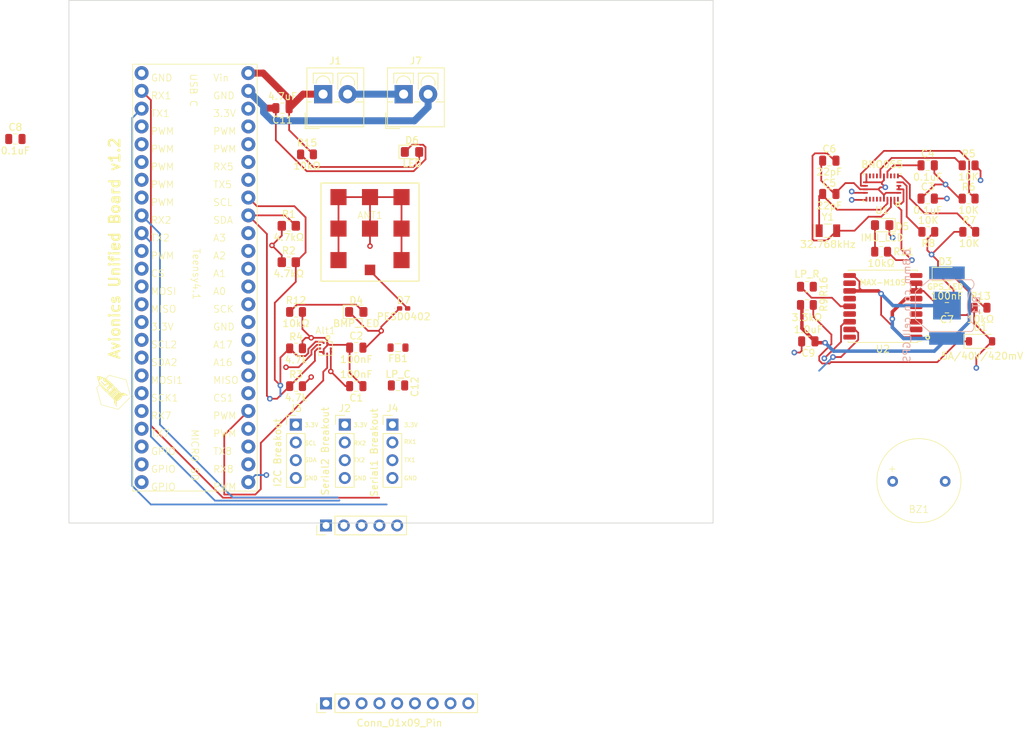
<source format=kicad_pcb>
(kicad_pcb (version 20221018) (generator pcbnew)
  (layers (0 "F.Cu" signal) (1 "In1.Cu" power "Voltage") (2 "In2.Cu" power "Ground") (31 "B.Cu" signal) (34 "B.Paste" user) (35 "F.Paste" user) (36 "B.SilkS" user "B.Silkscreen") (37 "F.SilkS" user "F.Silkscreen") (38 "B.Mask" user) (39 "F.Mask" user) (44 "Edge.Cuts" user))
  (net 0 "")
  (net 1 "/3.3V")
  (net 2 "/SCL")
  (net 3 "Net-(ANT1-RF_IN)")
  (net 4 "GND")
  (net 5 "/BACKUP")
  (net 6 "Net-(BZ1--)")
  (net 7 "Net-(U1-CAP)")
  (net 8 "Net-(U1-XOUT32)")
  (net 9 "Net-(U1-XIN32)")
  (net 10 "Net-(J1-Pin_2)")
  (net 11 "Net-(D1-K)")
  (net 12 "Net-(D3-A)")
  (net 13 "Net-(D4-A)")
  (net 14 "Net-(D5-A)")
  (net 15 "Net-(D6-K)")
  (net 16 "Net-(D6-A)")
  (net 17 "Net-(J1-Pin_1)")
  (net 18 "/Breakout_RX2")
  (net 19 "/Breakout_TX2")
  (net 20 "/SDA")
  (net 21 "/Breakout_RX1")
  (net 22 "/Breakout_TX1")
  (net 23 "Net-(U1-~{RESET})")
  (net 24 "Net-(U1-COM3)")
  (net 25 "Net-(U1-PS0)")
  (net 26 "Net-(U1-PS1)")
  (net 44 "/Radio_INT")
  (net 45 "/Radio_RST")
  (net 49 "/BMP_INT")
  (net 80 "Net-(C12-Pad1)")
  (net 83 "Net-(U2-VCC_RF)")
  (net 86 "/Radio_SCK")
  (net 87 "/Radio_MISO")
  (net 88 "/Radio_MOSI")
  (net 89 "/Radio_CS")
  (footprint "Connector_PinHeader_2.54mm:PinHeader_1x04_P2.54mm_Vertical" (layer "F.Cu") (at 102.4 95.2)
    (fp_text reference "J3")
    (fp_text value "I2C Breakout")
  )
  (footprint "Resistor_SMD:R_0805_2012Metric" (layer "F.Cu") (at 104 56.6)
    (fp_text reference "R15")
    (fp_text value "10kΩ")
  )
  (footprint "Capacitor_SMD:C_0805_2012Metric" (layer "F.Cu") (at 195.4 78.5 180)
    (fp_text reference "C7")
    (fp_text value "100nF")
  )
  (footprint "PatchAntenna:SGGP.12.A" (layer "F.Cu") (at 113.508 65.624)
    (fp_text reference "ANT1")
    (fp_text value "~")
  )
  (footprint "Capacitor_SMD:C_0805_2012Metric" (layer "F.Cu") (at 117 89.6)
    (fp_text reference "C12")
    (fp_text value "LP_C")
  )
  (footprint "LED_SMD:LED_0805_2012Metric_Pad1.15x1.40mm_HandSolder" (layer "F.Cu") (at 186.15 66.7 180)
    (fp_text reference "D5")
    (fp_text value "IMU_LED")
  )
  (footprint "Capacitor_SMD:C_0805_2012Metric" (layer "F.Cu") (at 100.5 50 180)
    (fp_text reference "C11")
    (fp_text value "4.7uF")
  )
  (footprint "TerminalBlock_4Ucon:TerminalBlock_4Ucon_1x02_P3.50mm_Vertical" (layer "F.Cu") (at 106.3 48)
    (fp_text reference "J1")
    (fp_text value "Screw_Terminal_01x02" hide)
  )
  (footprint "Resistor_SMD:R_0805_2012Metric" (layer "F.Cu") (at 102.4375 84.3)
    (fp_text reference "R4")
    (fp_text value "4.7k")
  )
  (footprint "Resistor_SMD:R_0805_2012Metric" (layer "F.Cu") (at 175.4 75.5)
    (fp_text reference "R16")
    (fp_text value "LP_R")
  )
  (footprint "Avionics:BMP390" (layer "F.Cu") (at 106.6375 84.3)
    (fp_text reference "Alt1")
    (fp_text value "~")
  )
  (footprint "Capacitor_SMD:C_0805_2012Metric" (layer "F.Cu") (at 178.6 62.25)
    (fp_text reference "C5")
    (fp_text value "22pF")
  )
  (footprint "Resistor_SMD:R_0805_2012Metric" (layer "F.Cu") (at 102.4375 89.7)
    (fp_text reference "R3")
    (fp_text value "4.7k")
  )
  (footprint "MountingHole:MountingHole_2.7mm_M2.5" (layer "F.Cu") (at 158 38.75)
    (fp_text reference "H1" hide)
    (fp_text value "MountingHole" hide)
  )
  (footprint "LED_SMD:LED_0805_2012Metric_Pad1.15x1.40mm_HandSolder" (layer "F.Cu") (at 111.0375 79.1)
    (fp_text reference "D4")
    (fp_text value "BMP_LED")
  )
  (footprint "TerminalBlock_4Ucon:TerminalBlock_4Ucon_1x02_P3.50mm_Vertical" (layer "F.Cu") (at 117.8 48)
    (fp_text reference "J7")
    (fp_text value "Screw_Terminal_01x02" hide)
  )
  (footprint "LED_SMD:LED_0805_2012Metric_Pad1.15x1.40mm_HandSolder" (layer "F.Cu") (at 195.15 73.7)
    (fp_text reference "D3")
    (fp_text value "GPS_LED")
  )
  (footprint "Connector_PinHeader_2.54mm:PinHeader_1x04_P2.54mm_Vertical" (layer "F.Cu") (at 109.4 95.2)
    (fp_text reference "J2")
    (fp_text value "Serial2 Breakout")
  )
  (footprint "Package_LGA:LGA-28_5.2x3.8mm_P0.5mm" (layer "F.Cu") (at 186.15 61.3375 180)
    (fp_text reference "U1")
    (fp_text value "BNO055")
  )
  (footprint "Capacitor_SMD:C_0805_2012Metric" (layer "F.Cu") (at 111.0375 84.2)
    (fp_text reference "C2")
    (fp_text value "100nF")
  )
  (footprint "Resistor_SMD:R_0805_2012Metric" (layer "F.Cu") (at 186 70.5)
    (fp_text reference "R11")
    (fp_text value "10kΩ")
  )
  (footprint "Resistor_SMD:R_0805_2012Metric" (layer "F.Cu") (at 198.5875 67.6625)
    (fp_text reference "R7")
    (fp_text value "10K")
  )
  (footprint "Resistor_SMD:R_0805_2012Metric" (layer "F.Cu") (at 102.4375 79.1)
    (fp_text reference "R12")
    (fp_text value "10kΩ")
  )
  (footprint "Crystal:Crystal_SMD_MicroCrystal_CC7V-T1A-2Pin_3.2x1.5mm" (layer "F.Cu") (at 178.4 67.5)
    (fp_text reference "Y1")
    (fp_text value "32.768kHz")
  )
  (footprint "RF_GPS:ublox_MAX" (layer "F.Cu") (at 186.25 78.3 180)
    (fp_text reference "U2")
    (fp_text value "MAX-M10S")
  )
  (footprint "Connector_PinHeader_2.54mm:PinHeader_1x04_P2.54mm_Vertical" (layer "F.Cu") (at 116.2 95.2)
    (fp_text reference "J4")
    (fp_text value "Serial1 Breakout")
  )
  (footprint "Resistor_SMD:R_0805_2012Metric" (layer "F.Cu") (at 198.5 62.9125)
    (fp_text reference "R6")
    (fp_text value "10K")
  )
  (footprint "Inductor_SMD:L_0805_2012Metric" (layer "F.Cu") (at 117 84.2 180)
    (fp_text reference "FB1")
    (fp_text value "LP_FerriteBead" hide)
  )
  (footprint "Connector_PinHeader_2.54mm:PinHeader_1x05_P2.54mm_Vertical" (layer "F.Cu") (at 106.72 109.6 90)
    (fp_text reference "J5" hide)
    (fp_text value "Conn_01x05_Pin" hide)
  )
  (footprint "Connector_PinHeader_2.54mm:PinHeader_1x09_P2.54mm_Vertical" (layer "F.Cu") (at 106.72 135 90)
    (fp_text reference "J6" hide)
    (fp_text value "Conn_01x09_Pin")
  )
  (footprint "MountingHole:MountingHole_2.7mm_M2.5" (layer "F.Cu") (at 74 105.25)
    (fp_text reference "H3" hide)
    (fp_text value "MountingHole" hide)
  )
  (footprint "Diode_SMD:D_SOD-123" (layer "F.Cu") (at 200.2 83.3)
    (fp_text reference "D1")
    (fp_text value ".5A/40V/420mV")
  )
  (footprint "LOGO" (layer "F.Cu") (at 76.4 90.6 90)
    (fp_text reference "G***" hide)
    (fp_text value "LOGO" hide)
  )
  (footprint "Capacitor_SMD:C_0805_2012Metric" (layer "F.Cu") (at 111.0375 89.7 180)
    (fp_text reference "C1")
    (fp_text value "100nF")
  )
  (footprint "Resistor_SMD:R_0805_2012Metric_Pad1.20x1.40mm_HandSolder" (layer "F.Cu") (at 101.4 66.8)
    (fp_text reference "R1")
    (fp_text value "4.7kΩ")
  )
  (footprint "Resistor_SMD:R_0805_2012Metric" (layer "F.Cu") (at 198.5 58.1625)
    (fp_text reference "R5")
    (fp_text value "10K")
  )
  (footprint "LED_SMD:LED_0805_2012Metric_Pad1.15x1.40mm_HandSolder" (layer "F.Cu") (at 119 56.25)
    (fp_text reference "D6")
    (fp_text value "LED")
  )
  (footprint "Resistor_SMD:R_0805_2012Metric" (layer "F.Cu") (at 175.4 78.1 180)
    (fp_text reference "R9")
    (fp_text value "3.3kΩ")
  )
  (footprint "Capacitor_SMD:C_0805_2012Metric" (layer "F.Cu") (at 178.6 57.5)
    (fp_text reference "C6")
    (fp_text value "22pF")
  )
  (footprint "Capacitor_SMD:C_0805_2012Metric" (layer "F.Cu") (at 175.6 83.3 180)
    (fp_text reference "C9")
    (fp_text value "1.0uF")
  )
  (footprint "MountingHole:MountingHole_2.7mm_M2.5" (layer "F.Cu") (at 74 38.75)
    (fp_text reference "H2" hide)
    (fp_text value "MountingHole" hide)
  )
  (footprint "Capacitor_SMD:C_0805_2012Metric" (layer "F.Cu") (at 192.65 62.9125)
    (fp_text reference "C3")
    (fp_text value "0.1uF")
  )
  (footprint "Avionics:Adafruit_5V_Buzzer" (layer "F.Cu") (at 191.4 107.8)
    (fp_text reference "BZ1")
    (fp_text value "Buzzer")
  )
  (footprint "Capacitor_SMD:C_0805_2012Metric" (layer "F.Cu") (at 62.35 54.4)
    (fp_text reference "C8")
    (fp_text value "0.1uF")
  )
  (footprint "MountingHole:MountingHole_2.7mm_M2.5" (layer "F.Cu") (at 158 105.25)
    (fp_text reference "H4" hide)
    (fp_text value "MountingHole" hide)
  )
  (footprint "Capacitor_SMD:C_0805_2012Metric" (layer "F.Cu") (at 192.65 58.1625)
    (fp_text reference "C4")
    (fp_text value "0.1uF")
  )
  (footprint "Resistor_SMD:R_0805_2012Metric" (layer "F.Cu") (at 192.7375 67.6625 180)
    (fp_text reference "R8")
    (fp_text value "10K")
  )
  (footprint "Breakout Boards:Teensy_4.1" (layer "F.Cu") (at 88 74.2)
    (fp_text reference "Teensy4.1")
    (fp_text value "~")
  )
  (footprint "Diode_SMD:D_0402_1005Metric_Pad0.77x0.64mm_HandSolder" (layer "F.Cu") (at 117.8 78.6)
    (fp_text reference "D7")
    (fp_text value "PESD0402")
  )
  (footprint "Resistor_SMD:R_0805_2012Metric" (layer "F.Cu") (at 200.2 78.5)
    (fp_text reference "R13")
    (fp_text value "10kΩ")
  )
  (footprint "Resistor_SMD:R_0805_2012Metric_Pad1.20x1.40mm_HandSolder" (layer "F.Cu") (at 101.4 72)
    (fp_text reference "R2")
    (fp_text value "4.7kΩ")
  )
  (footprint "Battery:BatteryHolder_Keystone_2998_1x6.8mm" (layer "B.Cu") (at 195.4 78.2 90)
    (fp_text reference "BT1")
    (fp_text value "6.8mm_coin_cell_GPS")
  )
  (gr_circle (center 188.4 63.75) (end 188.65 63.75) (stroke (width 0.2)) (fill none) (layer "F.SilkS"))
  (gr_circle (center 192.65 82.75) (end 192.9 82.75) (stroke (width 0.2)) (fill none) (layer "F.SilkS"))
  (gr_circle (center 107 82.75) (end 107.25 82.75) (stroke (width 0.2)) (fill none) (layer "F.SilkS"))
  (gr_rect (start 70 34.6) (end 162 109.25) (stroke (width 0.1)) (fill none) (layer "Edge.Cuts"))
  (gr_text "RX2" (at 110.6 98.2) (layer "F.SilkS") (effects (font (size 0.6 0.6) (thickness 0.1) bold) (justify left bottom)))
  (gr_text "GND\n" (at 117.8 103.2) (layer "F.SilkS") (effects (font (size 0.6 0.6) (thickness 0.1) bold) (justify left bottom)))
  (gr_text "3.3V" (at 103.6 95.6) (layer "F.SilkS") (effects (font (size 0.6 0.6) (thickness 0.1) bold) (justify left bottom)))
  (gr_text "3.3V" (at 117.8 95.6) (layer "F.SilkS") (effects (font (size 0.6 0.6) (thickness 0.1) bold) (justify left bottom)))
  (gr_text "TX1\n" (at 117.8 100.6) (layer "F.SilkS") (effects (font (size 0.6 0.6) (thickness 0.1) bold) (justify left bottom)))
  (gr_text "Avionics Unified Board v1.2\n" (at 77.4 86 90) (layer "F.SilkS") (effects (font (size 1.5 1.5) (thickness 0.3) bold) (justify left bottom)))
  (gr_text "TX2\n" (at 110.6 100.6) (layer "F.SilkS") (effects (font (size 0.6 0.6) (thickness 0.1) bold) (justify left bottom)))
  (gr_text "GND\n" (at 110.6 103.2) (layer "F.SilkS") (effects (font (size 0.6 0.6) (thickness 0.1) bold) (justify left bottom)))
  (gr_text "RX1" (at 117.8 98) (layer "F.SilkS") (effects (font (size 0.6 0.6) (thickness 0.1) bold) (justify left bottom)))
  (gr_text "GND\n" (at 103.6 103.2) (layer "F.SilkS") (effects (font (size 0.6 0.6) (thickness 0.1) bold) (justify left bottom)))
  (gr_text "SCL" (at 103.6 98.2) (layer "F.SilkS") (effects (font (size 0.6 0.6) (thickness 0.1) bold) (justify left bottom)))
  (gr_text "3.3V" (at 110.6 95.6) (layer "F.SilkS") (effects (font (size 0.6 0.6) (thickness 0.1) bold) (justify left bottom)))
  (gr_text "SDA\n" (at 103.6 100.6) (layer "F.SilkS") (effects (font (size 0.6 0.6) (thickness 0.1) bold) (justify left bottom)))
  (segment (start 103.8 82.8) (end 103.35 83.25) (width 0.25) (layer "F.Cu") (net 1))
  (segment (start 191 75) (end 191 76.1) (width 0.25) (layer "F.Cu") (net 1))
  (segment (start 199.2875 78.5) (end 198.2375 79.55) (width 0.25) (layer "F.Cu") (net 1))
  (segment (start 106.8875 83.9125) (end 106.8875 83.5375) (width 0.25) (layer "F.Cu") (net 1))
  (segment (start 190.4 71.7) (end 188.9 70.2) (width 0.25) (layer "F.Cu") (net 1))
  (segment (start 199.2875 80.7375) (end 201.85 83.3) (width 0.25) (layer "F.Cu") (net 1))
  (segment (start 106.5625 82.8) (end 106.8875 83.125) (width 0.25) (layer "F.Cu") (net 1))
  (segment (start 189.152 61.5875) (end 188.5375 61.5875) (width 0.25) (layer "F.Cu") (net 1))
  (segment (start 187.975 63.6625) (end 188.852 63.6625) (width 0.25) (layer "F.Cu") (net 1))
  (segment (start 107.4 83.8) (end 109.6875 83.8) (width 0.25) (layer "F.Cu") (net 1))
  (segment (start 110.0875 84.2) (end 110.0875 87.8) (width 0.25) (layer "F.Cu") (net 1))
  (segment (start 104.6 82.8) (end 103.8 82.8) (width 0.25) (layer "F.Cu") (net 1))
  (segment (start 103.35 81.55) (end 103.35 79.1) (width 0.25) (layer "F.Cu") (net 1))
  (segment (start 109.6875 83.8) (end 110.0875 84.2) (width 0.25) (layer "F.Cu") (net 1))
  (segment (start 191 75) (end 191.507107 75) (width 0.25) (layer "F.Cu") (net 1))
  (segment (start 106.3875 85.0625) (end 106.3875 84.4125) (width 0.25) (layer "F.Cu") (net 1))
  (segment (start 189.2 61.6355) (end 189.152 61.5875) (width 0.25) (layer "F.Cu") (net 1))
  (segment (start 191 75) (end 190.492893 75) (width 0.25) (layer "F.Cu") (net 1))
  (segment (start 189.2 63.3145) (end 189.2 61.6355) (width 0.25) (layer "F.Cu") (net 1))
  (segment (start 199.2875 78.5) (end 199.2875 80.7375) (width 0.25) (layer "F.Cu") (net 1))
  (segment (start 188.9 70.2) (end 188.9 64.5875) (width 0.25) (layer "F.Cu") (net 1))
  (segment (start 100.4 71) (end 99 69.6) (width 0.25) (layer "F.Cu") (net 1))
  (segment (start 195.4 62.9) (end 193.6125 62.9) (width 0.25) (layer "F.Cu") (net 1))
  (segment (start 103.35 83.25) (end 103.35 84.3) (width 0.25) (layer "F.Cu") (net 1))
  (segment (start 106.125 84.8) (end 106.3875 85.0625) (width 0.25) (layer "F.Cu") (net 1))
  (segment (start 198.2375 79.55) (end 195.5 79.55) (width 0.25) (layer "F.Cu") (net 1))
  (segment (start 200.2 60.3) (end 200.2 58.95) (width 0.25) (layer "F.Cu") (net 1))
  (segment (start 188.5375 61.0875) (end 188.5375 61.5875) (width 0.25) (layer "F.Cu") (net 1))
  (segment (start 188.1125 71.7) (end 190.4 71.7) (width 0.25) (layer "F.Cu") (net 1))
  (segment (start 188.9 64.5875) (end 187.975 63.6625) (width 0.25) (layer "F.Cu") (net 1))
  (segment (start 188.852 63.6625) (end 189.2 63.3145) (width 0.25) (layer "F.Cu") (net 1))
  (segment (start 187.9 63) (end 187.9 63.5875) (width 0.25) (layer "F.Cu") (net 1))
  (segment (start 193.6125 62.9) (end 193.6 62.9125) (width 0.25) (layer "F.Cu") (net 1))
  (segment (start 100.4 72) (end 100.4 71) (width 0.25) (layer "F.Cu") (net 1))
  (segment (start 107.15 83.8) (end 106.8875 83.5375) (width 0.25) (layer "F.Cu") (net 1))
  (segment (start 106.8875 83.125) (end 106.8875 83.5375) (width 0.25) (layer "F.Cu") (net 1))
  (segment (start 194.45 78.5) (end 192.05 76.1) (width 0.25) (layer "F.Cu") (net 1))
  (segment (start 201.85 83.3) (end 199.6 85.55) (width 0.25) (layer "F.Cu") (net 1))
  (segment (start 100.4 66.8) (end 100.4 68.2) (width 0.25) (layer "F.Cu") (net 1))
  (segment (start 199.6 85.55) (end 199.6 87.1) (width 0.25) (layer "F.Cu") (net 1))
  (segment (start 110.0875 87.8) (end 111.9875 89.7) (width 0.25) (layer "F.Cu") (net 1))
  (segment (start 107.4 83.8) (end 107.15 83.8) (width 0.25) (layer "F.Cu") (net 1))
  (segment (start 187.9 63.5875) (end 187.975 63.6625) (width 0.25) (layer "F.Cu") (net 1))
  (segment (start 200.2 58.95) (end 199.4125 58.1625) (width 0.25) (layer "F.Cu") (net 1))
  (segment (start 105.875 84.8) (end 106.125 84.8) (width 0.25) (layer "F.Cu") (net 1))
  (segment (start 195.5 79.55) (end 194.45 78.5) (width 0.25) (layer "F.Cu") (net 1))
  (segment (start 104.6 82.8) (end 106.5625 82.8) (width 0.25) (layer "F.Cu") (net 1))
  (segment (start 106.3875 84.4125) (end 106.8875 83.9125) (width 0.25) (layer "F.Cu") (net 1))
  (segment (start 103.35 89.7) (end 103.35 89.65) (width 0.25) (layer "F.Cu") (net 1))
  (segment (start 100.4 68.2) (end 99 69.6) (width 0.25) (layer "F.Cu") (net 1))
  (segment (start 192.05 76.1) (end 191 76.1) (width 0.25) (layer "F.Cu") (net 1))
  (segment (start 104.6 82.8) (end 103.35 81.55) (width 0.25) (layer "F.Cu") (net 1))
  (segment (start 103.35 89.65) (end 104.6 88.4) (width 0.25) (layer "F.Cu") (net 1))
  (segment (start 186.9125 70.5) (end 188.1125 71.7) (width 0.25) (layer "F.Cu") (net 1))
  (via (at 99 69.6) (size 0.8) (drill 0.4) (layers "F.Cu" "B.Cu") (remove_unused_layers) (zone_layer_connections "In1.Cu") (net 1))
  (via (at 190.4 71.7) (size 0.8) (drill 0.4) (layers "F.Cu" "B.Cu") (net 1))
  (via (at 199.6 87.1) (size 0.8) (drill 0.4) (layers "F.Cu" "B.Cu") (net 1))
  (via (at 104.6 82.8) (size 0.8) (drill 0.4) (layers "F.Cu" "B.Cu") (remove_unused_layers) (zone_layer_connections "In1.Cu") (net 1))
  (via (at 195.4 62.9) (size 0.8) (drill 0.4) (layers "F.Cu" "B.Cu") (net 1))
  (via (at 200.2 60.3) (size 0.8) (drill 0.4) (layers "F.Cu" "B.Cu") (net 1))
  (via (at 104.6 88.4) (size 0.8) (drill 0.4) (layers "F.Cu" "B.Cu") (remove_unused_layers) (zone_layer_connections "In1.Cu") (net 1))
  (segment (start 102.625 85.4) (end 101.525 84.3) (width 0.25) (layer "F.Cu") (net 2))
  (segment (start 105.2375 83.35) (end 104.1875 84.4) (width 0.25) (layer "F.Cu") (net 2))
  (segment (start 106.2 83.35) (end 105.2375 83.35) (width 0.25) (layer "F.Cu") (net 2))
  (segment (start 104.1875 84.988173) (end 103.775673 85.4) (width 0.25) (layer "F.Cu") (net 2))
  (segment (start 100.2 89.6) (end 100.2 85.625) (width 0.25) (layer "F.Cu") (net 2))
  (segment (start 180.261095 85.546012) (end 182.725 83.082107) (width 0.25) (layer "F.Cu") (net 2))
  (segment (start 181.9875 62.0875) (end 183.7625 62.0875) (width 0.25) (layer "F.Cu") (net 2))
  (segment (start 181.8 61.9) (end 181.9875 62.0875) (width 0.25) (layer "F.Cu") (net 2))
  (segment (start 102.4 72) (end 102.4 74.8) (width 0.25) (layer "F.Cu") (net 2))
  (segment (start 96.85 64) (end 95.62 62.77) (width 0.25) (layer "F.Cu") (net 2))
  (segment (start 100.2 85.625) (end 101.525 84.3) (width 0.25) (layer "F.Cu") (net 2))
  (segment (start 102.4 74.8) (end 99.4 77.8) (width 0.25) (layer "F.Cu") (net 2))
  (segment (start 100.2 89.6) (end 99.4 88.8) (width 0.25) (layer "F.Cu") (net 2))
  (segment (start 104.1875 84.4) (end 104.1875 84.988173) (width 0.25) (layer "F.Cu") (net 2))
  (segment (start 103.775673 85.4) (end 102.625 85.4) (width 0.25) (layer "F.Cu") (net 2))
  (segment (start 102.2 64) (end 96.85 64) (width 0.25) (layer "F.Cu") (net 2))
  (segment (start 99.4 88.8) (end 99.4 77.8) (width 0.25) (layer "F.Cu") (net 2))
  (segment (start 102.4 72) (end 103.8 70.6) (width 0.25) (layer "F.Cu") (net 2))
  (segment (start 182.725 82.075) (end 182.25 81.6) (width 0.25) (layer "F.Cu") (net 2))
  (segment (start 182.725 83.082107) (end 182.725 82.075) (width 0.25) (layer "F.Cu") (net 2))
  (segment (start 179.12309 85.546012) (end 180.261095 85.546012) (width 0.25) (layer "F.Cu") (net 2))
  (segment (start 182.25 81.6) (end 181.5 81.6) (width 0.25) (layer "F.Cu") (net 2))
  (segment (start 106.3875 83.5375) (end 106.2 83.35) (width 0.25) (layer "F.Cu") (net 2))
  (segment (start 103.8 65.6) (end 102.2 64) (width 0.25) (layer "F.Cu") (net 2))
  (segment (start 103.8 70.6) (end 103.8 65.6) (width 0.25) (layer "F.Cu") (net 2))
  (via (at 179.12309 85.546012) (size 0.8) (drill 0.4) (layers "F.Cu" "B.Cu") (net 2))
  (via (at 100.2 89.6) (size 0.8) (drill 0.4) (layers "F.Cu" "B.Cu") (net 2))
  (via (at 181.8 61.9) (size 0.8) (drill 0.4) (layers "F.Cu" "B.Cu") (net 2))
  (segment (start 100.2 89.6) (end 100.2 91.14) (width 0.25) (layer "B.Cu") (net 2))
  (segment (start 177.15 87.5) (end 178.15 86.5) (width 0.25) (layer "B.Cu") (net 2))
  (segment (start 179.103988 85.546012) (end 179.12309 85.546012) (width 0.25) (layer "B.Cu") (net 2))
  (segment (start 178.15 86.5) (end 179.103988 85.546012) (width 0.25) (layer "B.Cu") (net 2))
  (segment (start 113 73.1) (end 113 73.2275) (width 0.25) (layer "F.Cu") (net 3))
  (segment (start 113 73.2275) (end 118.3725 78.6) (width 0.25) (layer "F.Cu") (net 3))
  (segment (start 182.9 75.7) (end 182.9 74.757538) (width 0.25) (layer "F.Cu") (net 4))
  (segment (start 114.6 81.8) (end 114.6 81.2275) (width 0.25) (layer "F.Cu") (net 4))
  (segment (start 197.675 67.6625) (end 196.4375 67.6625) (width 0.25) (layer "F.Cu") (net 4))
  (segment (start 107.4 84.8) (end 107.4 87.6) (width 0.25) (layer "F.Cu") (net 4))
  (segment (start 186.4 63) (end 186.4 62.3855) (width 0.25) (layer "F.Cu") (net 4))
  (segment (start 186.4 62.3855) (end 185.602 61.5875) (width 0.25) (layer "F.Cu") (net 4))
  (segment (start 193.65 67.6625) (end 193.6375 67.6625) (width 0.25) (layer "F.Cu") (net 4))
  (segment (start 117.5 71.7) (end 117.5 67.2) (width 0.25) (layer "F.Cu") (net 4))
  (segment (start 186.4 60.2895) (end 186.102 60.5875) (width 0.25) (layer "F.Cu") (net 4))
  (segment (start 183.7625 61.5875) (end 183.000305 61.5875) (width 0.25) (layer "F.Cu") (net 4))
  (segment (start 108.5 67.2) (end 108.5 62.7) (width 0.25) (layer "F.Cu") (net 4))
  (segment (start 113 67.2) (end 113 69.7) (width 0.25) (layer "F.Cu") (net 4))
  (segment (start 191.7 62.9125) (end 193.7125 60.9) (width 0.25) (layer "F.Cu") (net 4))
  (segment (start 185.8895 61.3) (end 185.602 61.5875) (width 0.25) (layer "F.Cu") (net 4))
  (segment (start 105.423896 83.8) (end 105.875 83.8) (width 0.25) (layer "F.Cu") (net 4))
  (segment (start 196.4375 67.6625) (end 193.2 70.9) (width 0.25) (layer "F.Cu") (net 4))
  (segment (start 194.125 73.7) (end 194.125 71.825) (width 0.25) (layer "F.Cu") (net 4))
  (segment (start 191 82.7) (end 189.174695 82.7) (width 0.25) (layer "F.Cu") (net 4))
  (segment (start 186.102 60.802) (end 186.6 61.3) (width 0.25) (layer "F.Cu") (net 4))
  (segment (start 114.6 81.8) (end 112.7125 81.8) (width 0.25) (layer "F.Cu") (net 4))
  (segment (start 174.65 84.65) (end 174.65 83.3) (width 0.25) (layer "F.Cu") (net 4))
  (segment (start 101 87) (end 102.812069 87) (width 0.25) (layer "F.Cu") (net 4))
  (segment (start 193.6 58.1625) (end 193.6 59.3) (width 0.25) (layer "F.Cu") (net 4))
  (segment (start 189.174695 82.7) (end 186 79.525305) (width 0.25) (layer "F.Cu") (net 4))
  (segment (start 193.6 59.3) (end 195.2 60.9) (width 0.25) (layer "F.Cu") (net 4))
  (segment (start 182.9 74.757538) (end 182.042462 73.9) (width 0.25) (layer "F.Cu") (net 4))
  (segment (start 114.8 82) (end 114.6 81.8) (width 0.25) (layer "F.Cu") (net 4))
  (segment (start 173.6 84.9) (end 174.4 84.9) (width 0.25) (layer "F.Cu") (net 4))
  (segment (start 194.125 71.825) (end 193.2 70.9) (width 0.25) (layer "F.Cu") (net 4))
  (segment (start 185.6 76.1) (end 181.5 76.1) (width 0.5) (layer "F.Cu") (net 4))
  (segment (start 196.35 78.5) (end 196.35 75.925) (width 0.25) (layer "F.Cu") (net 4))
  (segment (start 107.4 84.3) (end 107.4 84.8) (width 0.25) (layer "F.Cu") (net 4))
  (segment (start 102.812069 87) (end 104.6375 85.174569) (width 0.25) (layer "F.Cu") (net 4))
  (segment (start 186.698 62.0875) (end 188.5375 62.0875) (width 0.25) (layer "F.Cu") (net 4))
  (segment (start 114.6 81.2275) (end 117.2275 78.6) (width 0.25) (layer "F.Cu") (net 4))
  (segment (start 113 62.7) (end 113 67.2) (width 0.25) (layer "F.Cu") (net 4))
  (segment (start 186 79.525305) (end 186 76.5) (width 0.25) (layer "F.Cu") (net 4))
  (segment (start 186.6 61.3) (end 185.8895 61.3) (width 0.25) (layer "F.Cu") (net 4))
  (segment (start 104.6375 84.586396) (end 105.423896 83.8) (width 0.25) (layer "F.Cu") (net 4))
  (segment (start 186.4 62.3855) (end 186.698 62.0875) (width 0.25) (layer "F.Cu") (net 4))
  (segment (start 183.3 76.1) (end 182.9 75.7) (width 0.25) (layer "F.Cu") (net 4))
  (segment (start 186.102 60.5875) (end 186.102 60.802) (width 0.25) (layer "F.Cu") (net 4))
  (segment (start 108.5 62.7) (end 113 62.7) (width 0.25) (layer "F.Cu") (net 4))
  (segment (start 113 62.7) (end 117.5 62.7) (width 0.25) (layer "F.Cu") (net 4))
  (segment (start 183.000305 61.5875) (end 182.112805 60.7) (width 0.25) (layer "F.Cu") (net 4))
  (segment (start 177.45 60.35) (end 177.45 57.5) (width 0.25) (layer "F.Cu") (net 4))
  (segment (start 187.175 68.025) (end 187.65 68.5) (width 0.25) (layer "F.Cu") (net 4))
  (segment (start 183.9 60.45) (end 183.7625 60.5875) (width 0.25) (layer "F.Cu") (net 4))
  (segment (start 179.35 62.25) (end 177.45 60.35) (width 0.25) (layer "F.Cu") (net 4))
  (segment (start 114.6 82) (end 114.6 81.8) (width 0.25) (layer "F.Cu") (net 4))
  (segment (start 108.5 71.7) (end 108.5 67.2) (width 0.25) (layer "F.Cu") (net 4))
  (segment (start 187.175 66.7) (end 187.175 68.025) (width 0.25) (layer "F.Cu") (net 4))
  (segment (start 180.9 60.7) (end 179.35 62.25) (width 0.25) (layer "F.Cu") (net 4))
  (segment (start 110.0875 89.7) (end 109.5 89.7) (width 0.25) (layer "F.Cu") (net 4))
  (segment (start 109.5 89.7) (end 107.4 87.6) (width 0.25) (layer "F.Cu") (net 4))
  (segment (start 192.6 68.7) (end 192.6 70.3) (width 0.25) (layer "F.Cu") (net 4))
  (segment (start 197.5875 62.9125) (end 197.2125 62.9125) (width 0.25) (layer "F.Cu") (net 4))
  (segment (start 111.9875 84.2) (end 112.4 84.2) (width 0.25) (layer "F.Cu") (net 4))
  (segment (start 174.4 84.9) (end 174.65 84.65) (width 0.25) (layer "F.Cu") (net 4))
  (segment (start 185.602 61.5875) (end 183.7625 61.5875) (width 0.25) (layer "F.Cu") (net 4))
  (segment (start 196.35 75.925) (end 194.125 73.7) (width 0.25) (layer "F.Cu") (net 4))
  (segment (start 186.4 59.675) (end 186.4 60.2895) (width 0.25) (layer "F.Cu") (net 4))
  (segment (start 112.7125 81.8) (end 110.0125 79.1) (width 0.25) (layer "F.Cu") (net 4))
  (segment (start 193.6375 67.6625) (end 192.6 68.7) (width 0.25) (layer "F.Cu") (net 4))
  (segment (start 186 76.5) (end 185.6 76.1) (width 0.5) (layer "F.Cu") (net 4))
  (segment (start 193.7125 60.9) (end 195.2 60.9) (width 0.25) (layer "F.Cu") (net 4))
  (segment (start 182.042462 73.9) (end 181.5 73.9) (width 0.25) (layer "F.Cu") (net 4))
  (segment (start 117.5 67.2) (end 117.5 62.7) (width 0.25) (layer "F.Cu") (net 4))
  (segment (start 112.4 84.2) (end 114.6 82) (width 0.25) (layer "F.Cu") (net 4))
  (segment (start 104.6375 85.174569) (end 104.6375 84.586396) (width 0.25) (layer "F.Cu") (net 4))
  (segment (start 197.2125 62.9125) (end 195.2 60.9) (width 0.25) (layer "F.Cu") (net 4))
  (segment (start 182.112805 60.7) (end 180.9 60.7) (width 0.25) (layer "F.Cu") (net 4))
  (segment (start 186.102 60.5875) (end 183.7625 60.5875) (width 0.25) (layer "F.Cu") (net 4))
  (segment (start 192.6 70.3) (end 193.2 70.9) (width 0.25) (layer "F.Cu") (net 4))
  (segment (start 183.9 59.675) (end 183.9 60.45) (width 0.25) (layer "F.Cu") (net 4))
  (via (at 113 69.7) (size 0.8) (drill 0.4) (layers "F.Cu" "B.Cu") (remove_unused_layers) (zone_layer_connections "In2.Cu") (net 4))
  (via (at 186 76.5) (size 0.8) (drill 0.4) (layers "F.Cu" "B.Cu") (net 4))
  (via (at 186.6 61.3) (size 0.8) (drill 0.4) (layers "F.Cu" "B.Cu") (net 4))
  (via (at 195.2 60.9) (size 0.8) (drill 0.4) (layers "F.Cu" "B.Cu") (net 4))
  (via (at 187.65 68.5) (size 0.8) (drill 0.4) (layers "F.Cu" "B.Cu") (net 4))
  (via (at 107.4 87.6) (size 0.8) (drill 0.4) (layers "F.Cu" "B.Cu") (remove_unused_layers) (zone_layer_connections "In2.Cu") (net 4))
  (via (at 193.2 70.9) (size 0.8) (drill 0.4) (layers "F.Cu" "B.Cu") (net 4))
  (via (at 173.6 84.9) (size 0.8) (drill 0.4) (layers "F.Cu" "B.Cu") (net 4))
  (via (at 114.6 81.8) (size 0.8) (drill 0.4) (layers "F.Cu" "B.Cu") (remove_unused_layers) (zone_layer_connections "In2.Cu") (net 4))
  (via (at 101 87) (size 0.8) (drill 0.4) (layers "F.Cu" "B.Cu") (remove_unused_layers) (zone_layer_connections "In2.Cu") (net 4))
  (segment (start 194.6 78.2) (end 187.7 78.2) (width 0.5) (layer "B.Cu") (net 4))
  (segment (start 187.7 78.2) (end 186 76.5) (width 0.5) (layer "B.Cu") (net 4))
  (segment (start 176.55 83.3) (end 174.6875 81.4375) (width 0.5) (layer "F.Cu") (net 5))
  (segment (start 174.6875 81.4375) (end 174.6875 78.3) (width 0.5) (layer "F.Cu") (net 5))
  (segment (start 187.6 80.1) (end 187.6 79.1) (width 0.5) (layer "F.Cu") (net 5))
  (segment (start 189.5 77.2) (end 191 77.2) (width 0.5) (layer "F.Cu") (net 5))
  (segment (start 176.75 83.5) (end 176.55 83.3) (width 0.25) (layer "F.Cu") (net 5))
  (segment (start 174.6875 78.3) (end 174.4875 78.1) (width 0.25) (layer "F.Cu") (net 5))
  (segment (start 178 83.5) (end 176.75 83.5) (width 0.5) (layer "F.Cu") (net 5))
  (segment (start 187.6 79.1) (end 189.5 77.2) (width 0.5) (layer "F.Cu") (net 5))
  (via (at 187.6 80.1) (size 0.8) (drill 0.4) (layers "F.Cu" "B.Cu") (net 5))
  (via (at 178 83.5) (size 0.8) (drill 0.4) (layers "F.Cu" "B.Cu") (net 5))
  (segment (start 189.2 82.9) (end 195.4 82.9) (width 0.5) (layer "B.Cu") (net 5))
  (segment (start 193.6 84.7) (end 195.4 82.9) (width 0.5) (layer "B.Cu") (net 5))
  (segment (start 194.6 82.9) (end 194.2 83.3) (width 0.5) (layer "B.Cu") (net 5))
  (segment (start 196.2 73.5) (end 195.4 73.5) (width 0.5) (layer "B.Cu") (net 5))
  (segment (start 187.6 81.3) (end 187.6 80.1) (width 0.5) (layer "B.Cu") (net 5))
  (segment (start 196.2 82.9) (end 198.6 80.5) (width 0.5) (layer "B.Cu") (net 5))
  (segment (start 195.4 82.9) (end 196.2 82.9) (width 0.5) (layer "B.Cu") (net 5))
  (segment (start 179.2 84.7) (end 193.6 84.7) (width 0.5) (layer "B.Cu") (net 5))
  (segment (start 178 83.5) (end 179.2 84.7) (width 0.5) (layer "B.Cu") (net 5))
  (segment (start 198.6 75.9) (end 196.2 73.5) (width 0.5) (layer "B.Cu") (net 5))
  (segment (start 187.6 81.3) (end 189.2 82.9) (width 0.5) (layer "B.Cu") (net 5))
  (segment (start 198.6 80.5) (end 198.6 75.9) (width 0.5) (layer "B.Cu") (net 5))
  (via (at 98.2 102.4) (size 0.8) (drill 0.4) (layers "F.Cu" "B.Cu") (net 6))
  (segment (start 98.2 102.4) (end 96.63 102.4) (width 0.25) (layer "B.Cu") (net 6))
  (segment (start 96.63 102.4) (end 95.62 103.41) (width 0.25) (layer "B.Cu") (net 6))
  (segment (start 191.7 58.1625) (end 187.798 58.1625) (width 0.25) (layer "F.Cu") (net 7))
  (segment (start 186.9 59.0605) (end 186.9 59.675) (width 0.25) (layer "F.Cu") (net 7))
  (segment (start 187.798 58.1625) (end 186.9 59.0605) (width 0.25) (layer "F.Cu") (net 7))
  (segment (start 186.0145 64.5) (end 186.9 63.6145) (width 0.25) (layer "F.Cu") (net 8))
  (segment (start 177.15 62.55) (end 177.15 67.5) (width 0.25) (layer "F.Cu") (net 8))
  (segment (start 179.7 64.5) (end 186.0145 64.5) (width 0.25) (layer "F.Cu") (net 8))
  (segment (start 186.9 63.6145) (end 186.9 63) (width 0.25) (layer "F.Cu") (net 8))
  (segment (start 177.45 62.25) (end 179.7 64.5) (width 0.25) (layer "F.Cu") (net 8))
  (segment (start 177.45 62.25) (end 177.15 62.55) (width 0.25) (layer "F.Cu") (net 8))
  (segment (start 184.2 65.5) (end 186.025448 65.5) (width 0.25) (layer "F.Cu") (net 9))
  (segment (start 187.4 64.125448) (end 187.4 63) (width 0.25) (layer "F.Cu") (net 9))
  (segment (start 176.55 56.45) (end 176.2 56.8) (width 0.25) (layer "F.Cu") (net 9))
  (segment (start 182.2 67.5) (end 184.2 65.5) (width 0.25) (layer "F.Cu") (net 9))
  (segment (start 179.65 67.5) (end 182.2 67.5) (width 0.25) (layer "F.Cu") (net 9))
  (segment (start 178.25 68.9) (end 179.65 67.5) (width 0.25) (layer "F.Cu") (net 9))
  (segment (start 176.2 68.7) (end 176.4 68.9) (width 0.25) (layer "F.Cu") (net 9))
  (segment (start 176.4 68.9) (end 178.25 68.9) (width 0.25) (layer "F.Cu") (net 9))
  (segment (start 186.025448 65.5) (end 187.4 64.125448) (width 0.25) (layer "F.Cu") (net 9))
  (segment (start 179.35 57.5) (end 178.3 56.45) (width 0.25) (layer "F.Cu") (net 9))
  (segment (start 178.3 56.45) (end 176.55 56.45) (width 0.25) (layer "F.Cu") (net 9))
  (segment (start 176.2 56.8) (end 176.2 68.7) (width 0.25) (layer "F.Cu") (net 9))
  (segment (start 109.8 48) (end 117.8 48) (width 1) (layer "B.Cu") (net 10))
  (segment (start 178.631096 86.462701) (end 177.587396 86.462701) (width 0.25) (layer "F.Cu") (net 11))
  (segment (start 197 83.3) (end 194.028988 86.271012) (width 0.25) (layer "F.Cu") (net 11))
  (segment (start 178.9 82.343503) (end 176.3125 79.756003) (width 0.25) (layer "F.Cu") (net 11))
  (segment (start 178.822785 86.271012) (end 178.631096 86.462701) (width 0.25) (layer "F.Cu") (net 11))
  (segment (start 197 83.3) (end 198.55 83.3) (width 0.25) (layer "F.Cu") (net 11))
  (segment (start 177.587396 86.462701) (end 177.162701 86.038006) (width 0.25) (layer "F.Cu") (net 11))
  (segment (start 177.162701 85.437396) (end 178.9 83.700097) (width 0.25) (layer "F.Cu") (net 11))
  (segment (start 176.3125 79.756003) (end 176.3125 78.3) (width 0.25) (layer "F.Cu") (net 11))
  (segment (start 194.028988 86.271012) (end 178.822785 86.271012) (width 0.25) (layer "F.Cu") (net 11))
  (segment (start 178.9 83.700097) (end 178.9 82.343503) (width 0.25) (layer "F.Cu") (net 11))
  (segment (start 176.3125 78.3) (end 176.5125 78.1) (width 0.25) (layer "F.Cu") (net 11))
  (segment (start 177.162701 86.038006) (end 177.162701 85.437396) (width 0.25) (layer "F.Cu") (net 11))
  (segment (start 196.175 73.861827) (end 200.813173 78.5) (width 0.25) (layer "F.Cu") (net 12))
  (segment (start 200.813173 78.5) (end 201.1125 78.5) (width 0.25) (layer "F.Cu") (net 12))
  (segment (start 196.175 73.7) (end 196.175 73.861827) (width 0.25) (layer "F.Cu") (net 12))
  (segment (start 196.0625 73.8125) (end 196.175 73.7) (width 0.25) (layer "F.Cu") (net 12))
  (segment (start 112.0625 79.1) (end 111.0375 78.075) (width 0.25) (layer "F.Cu") (net 13))
  (segment (start 102.55 78.075) (end 101.525 79.1) (width 0.25) (layer "F.Cu") (net 13))
  (segment (start 111.0375 78.075) (end 102.55 78.075) (width 0.25) (layer "F.Cu") (net 13))
  (segment (start 185.125 70.4625) (end 185.0875 70.5) (width 0.25) (layer "F.Cu") (net 14))
  (segment (start 185.125 66.7) (end 185.125 70.4625) (width 0.25) (layer "F.Cu") (net 14))
  (segment (start 117.975 56.25) (end 119 55.225) (width 0.25) (layer "F.Cu") (net 15))
  (segment (start 99.55 50) (end 98.09 50) (width 1) (layer "F.Cu") (net 15))
  (segment (start 98.09 50) (end 95.62 47.53) (width 1) (layer "F.Cu") (net 15))
  (segment (start 119.236396 59) (end 103.961827 59) (width 0.25) (layer "F.Cu") (net 15))
  (segment (start 120.925 55.561827) (end 120.925 57.311396) (width 0.25) (layer "F.Cu") (net 15))
  (segment (start 103.961827 59) (end 99.55 54.588173) (width 0.25) (layer "F.Cu") (net 15))
  (segment (start 120.925 57.311396) (end 119.236396 59) (width 0.25) (layer "F.Cu") (net 15))
  (segment (start 99.55 54.588173) (end 99.55 50) (width 0.25) (layer "F.Cu") (net 15))
  (segment (start 120.588173 55.225) (end 120.925 55.561827) (width 0.25) (layer "F.Cu") (net 15))
  (segment (start 119 55.225) (end 120.588173 55.225) (width 0.25) (layer "F.Cu") (net 15))
  (segment (start 99 51.8) (end 119.338477 51.8) (width 1) (layer "B.Cu") (net 15))
  (segment (start 121.3 49.838477) (end 121.3 48) (width 1) (layer "B.Cu") (net 15))
  (segment (start 119.338477 51.8) (end 121.3 49.838477) (width 1) (layer "B.Cu") (net 15))
  (segment (start 95.62 47.53) (end 97.8 49.71) (width 1) (layer "B.Cu") (net 15))
  (segment (start 97.8 50.6) (end 99 51.8) (width 1) (layer "B.Cu") (net 15))
  (segment (start 97.8 49.71) (end 97.8 50.6) (width 1) (layer "B.Cu") (net 15))
  (segment (start 104.8875 58.4) (end 103.0875 56.6) (width 0.25) (layer "F.Cu") (net 16))
  (segment (start 120.025 57.575) (end 119.2 58.4) (width 0.25) (layer "F.Cu") (net 16))
  (segment (start 119.2 58.4) (end 104.8875 58.4) (width 0.25) (layer "F.Cu") (net 16))
  (segment (start 120.025 56.25) (end 120.025 57.575) (width 0.25) (layer "F.Cu") (net 16))
  (segment (start 103.45 48) (end 101.45 50) (width 1) (layer "F.Cu") (net 17))
  (segment (start 97.74 44.99) (end 95.62 44.99) (width 1) (layer "F.Cu") (net 17))
  (segment (start 101.45 50) (end 101.45 48.7) (width 1) (layer "F.Cu") (net 17))
  (segment (start 106.3 48) (end 103.45 48) (width 1) (layer "F.Cu") (net 17))
  (segment (start 101.45 53.1375) (end 104.9125 56.6) (width 0.25) (layer "F.Cu") (net 17))
  (segment (start 101.45 50) (end 101.45 53.1375) (width 0.25) (layer "F.Cu") (net 17))
  (segment (start 101.45 48.7) (end 97.74 44.99) (width 1) (layer "F.Cu") (net 17))
  (segment (start 83 67.93) (end 80.38 65.31) (width 0.25) (layer "B.Cu") (net 18))
  (segment (start 93.4 105.6) (end 83 95.2) (width 0.25) (layer "B.Cu") (net 18))
  (segment (start 83 95.2) (end 83 67.93) (width 0.25) (layer "B.Cu") (net 18))
  (segment (start 108.4 105.6) (end 93.4 105.6) (width 0.25) (layer "B.Cu") (net 18))
  (segment (start 81.705 96.905) (end 81.705 69.175) (width 0.25) (layer "B.Cu") (net 19))
  (segment (start 90.85 106.05) (end 81.705 96.905) (width 0.25) (layer "B.Cu") (net 19))
  (segment (start 81.705 69.175) (end 80.38 67.85) (width 0.25) (layer "B.Cu") (net 19))
  (segment (start 108.586396 106.05) (end 90.85 106.05) (width 0.25) (layer "B.Cu") (net 19))
  (segment (start 108.636396 106) (end 108.586396 106.05) (width 0.25) (layer "B.Cu") (net 19))
  (segment (start 105.130146 84.730146) (end 105.130146 86.094854) (width 0.25) (layer "F.Cu") (net 20))
  (segment (start 105.85 84.35) (end 105.510292 84.35) (width 0.25) (layer "F.Cu") (net 20))
  (segment (start 98.275 91.075) (end 98.275 67.965) (width 0.25) (layer "F.Cu") (net 20))
  (segment (start 177.887701 85.737701) (end 178.80439 84.821012) (width 0.25) (layer "F.Cu") (net 20))
  (segment (start 180.275 83.375) (end 180.275 81.125) (width 0.25) (layer "F.Cu") (net 20))
  (segment (start 98.7 91.5) (end 98.275 91.075) (width 0.25) (layer "F.Cu") (net 20))
  (segment (start 178.80439 84.821012) (end 178.828988 84.821012) (width 0.25) (layer "F.Cu") (net 20))
  (segment (start 105.130146 86.094854) (end 101.525 89.7) (width 0.25) (layer "F.Cu") (net 20))
  (segment (start 98.7 91.5) (end 99.725 91.5) (width 0.25) (layer "F.Cu") (net 20))
  (segment (start 98.275 67.965) (end 95.62 65.31) (width 0.25) (layer "F.Cu") (net 20))
  (segment (start 102.4 66.8) (end 100.91 65.31) (width 0.25) (layer "F.Cu") (net 20))
  (segment (start 180.9 80.5) (end 181.5 80.5) (width 0.25) (layer "F.Cu") (net 20))
  (segment (start 105.875 84.325) (end 105.85 84.35) (width 0.25) (layer "F.Cu") (net 20))
  (segment (start 105.510292 84.35) (end 105.130146 84.730146) (width 0.25) (layer "F.Cu") (net 20))
  (segment (start 181.8 63.1) (end 183.8 63.1) (width 0.25) (layer "F.Cu") (net 20))
  (segment (start 180.275 81.125) (end 180.9 80.5) (width 0.25) (layer "F.Cu") (net 20))
  (segment (start 178.828988 84.821012) (end 180.275 83.375) (width 0.25) (layer "F.Cu") (net 20))
  (segment (start 105.875 84.3) (end 105.875 84.325) (width 0.25) (layer "F.Cu") (net 20))
  (segment (start 183.8 63.1) (end 183.9 63) (width 0.25) (layer "F.Cu") (net 20))
  (segment (start 100.91 65.31) (end 95.62 65.31) (width 0.25) (layer "F.Cu") (net 20))
  (segment (start 99.725 91.5) (end 101.525 89.7) (width 0.25) (layer "F.Cu") (net 20))
  (via (at 181.8 63.1) (size 0.8) (drill 0.4) (layers "F.Cu" "B.Cu") (net 20))
  (via (at 98.7 91.5) (size 0.8) (drill 0.4) (layers "F.Cu" "B.Cu") (net 20))
  (via (at 177.887701 85.737701) (size 0.8) (drill 0.4) (layers "F.Cu" "B.Cu") (net 20))
  (segment (start 181.6 63.1) (end 181.8 63.1) (width 0.25) (layer "B.Cu") (net 20))
  (segment (start 81.705 48.855) (end 80.38 47.53) (width 0.25) (layer "F.Cu") (net 21))
  (segment (start 81.705 95.341396) (end 81.705 48.855) (width 0.25) (layer "F.Cu") (net 21))
  (segment (start 114.305 105.635) (end 91.998604 105.635) (width 0.25) (layer "F.Cu") (net 21))
  (segment (start 91.998604 105.635) (end 81.705 95.341396) (width 0.25) (layer "F.Cu") (net 21))
  (segment (start 79.055 51.395) (end 80.38 50.07) (width 0.25) (layer "B.Cu") (net 22))
  (segment (start 81.696167 106.6) (end 79.055 103.958833) (width 0.25) (layer "B.Cu") (net 22))
  (segment (start 115.38 106.6) (end 81.696167 106.6) (width 0.25) (layer "B.Cu") (net 22))
  (segment (start 79.055 103.958833) (end 79.055 51.395) (width 0.25) (layer "B.Cu") (net 22))
  (segment (start 187.5 57.1125) (end 185.9 58.7125) (width 0.25) (layer "F.Cu") (net 23))
  (segment (start 197.5875 58.1625) (end 196.5375 57.1125) (width 0.25) (layer "F.Cu") (net 23))
  (segment (start 196.5375 57.1125) (end 187.5 57.1125) (width 0.25) (layer "F.Cu") (net 23))
  (segment (start 185.9 58.7125) (end 185.9 59.675) (width 0.25) (layer "F.Cu") (net 23))
  (segment (start 183.1 61.0395) (end 183.1 59.4) (width 0.25) (layer "F.Cu") (net 24))
  (segment (start 198.575 57.474327) (end 198.575 62.075) (width 0.25) (layer "F.Cu") (net 24))
  (segment (start 197.200673 56.1) (end 198.575 57.474327) (width 0.25) (layer "F.Cu") (net 24))
  (segment (start 183.148 61.0875) (end 183.1 61.0395) (width 0.25) (layer "F.Cu") (net 24))
  (segment (start 198.575 62.075) (end 199.4125 62.9125) (width 0.25) (layer "F.Cu") (net 24))
  (segment (start 183.1 59.4) (end 186.4 56.1) (width 0.25) (layer "F.Cu") (net 24))
  (segment (start 186.4 56.1) (end 197.200673 56.1) (width 0.25) (layer "F.Cu") (net 24))
  (segment (start 183.7625 61.0875) (end 183.148 61.0875) (width 0.25) (layer "F.Cu") (net 24))
  (segment (start 188.848896 59.675) (end 188.4 59.675) (width 0.25) (layer "F.Cu") (net 25))
  (segment (start 199.5 67.6625) (end 196.8625 65.025) (width 0.25) (layer "F.Cu") (net 25))
  (segment (start 196.8625 65.025) (end 192.225 65.025) (width 0.25) (layer "F.Cu") (net 25))
  (segment (start 192.225 65.025) (end 190.1 62.9) (width 0.25) (layer "F.Cu") (net 25))
  (segment (start 190.1 60.926104) (end 188.848896 59.675) (width 0.25) (layer "F.Cu") (net 25))
  (segment (start 190.1 62.9) (end 190.1 60.926104) (width 0.25) (layer "F.Cu") (net 25))
  (segment (start 189.125 60.5875) (end 188.5375 60.5875) (width 0.25) (layer "F.Cu") (net 26))
  (segment (start 191.825 67.6625) (end 189.65 65.4875) (width 0.25) (layer "F.Cu") (net 26))
  (segment (start 189.65 65.4875) (end 189.65 61.1125) (width 0.25) (layer "F.Cu") (net 26))
  (segment (start 189.65 61.1125) (end 189.125 60.5875) (width 0.25) (layer "F.Cu") (net 26))
  (segment (start 106.325 87.649695) (end 106.325 88.887069) (width 0.25) (layer "F.Cu") (net 49))
  (segment (start 92.185 105.185) (end 92.185 96.685) (width 0.25) (layer "F.Cu") (net 49))
  (segment (start 97.4 104.4) (end 96.615 105.185) (width 0.25) (layer "F.Cu") (net 49))
  (segment (start 96.615 105.185) (end 92.185 105.185) (width 0.25) (layer "F.Cu") (net 49))
  (segment (start 92.185 96.685) (end 95.62 93.25) (width 0.25) (layer "F.Cu") (net 49))
  (segment (start 106.8875 85.0625) (end 106.8875 87.087195) (width 0.25) (layer "F.Cu") (net 49))
  (segment (start 97.4 97.812069) (end 97.4 104.4) (width 0.25) (layer "F.Cu") (net 49))
  (segment (start 106.8875 87.087195) (end 106.325 87.649695) (width 0.25) (layer "F.Cu") (net 49))
  (segment (start 106.325 88.887069) (end 97.4 97.812069) (width 0.25) (layer "F.Cu") (net 49))
  (segment (start 178.975 77.075) (end 180.2 78.3) (width 0.25) (layer "F.Cu") (net 83))
  (segment (start 180.2 78.3) (end 181.5 78.3) (width 0.25) (layer "F.Cu") (net 83))
  (segment (start 176.0625 77.075) (end 178.975 77.075) (width 0.25) (layer "F.Cu") (net 83))
  (segment (start 174.4875 75.5) (end 176.0625 77.075) (width 0.25) (layer "F.Cu") (net 83))
)
</source>
